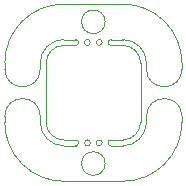
<source format=gbr>
%TF.GenerationSoftware,KiCad,Pcbnew,8.0.5*%
%TF.CreationDate,2024-12-23T12:59:27+11:00*%
%TF.ProjectId,Sensored,53656e73-6f72-4656-942e-6b696361645f,rev?*%
%TF.SameCoordinates,Original*%
%TF.FileFunction,Profile,NP*%
%FSLAX46Y46*%
G04 Gerber Fmt 4.6, Leading zero omitted, Abs format (unit mm)*
G04 Created by KiCad (PCBNEW 8.0.5) date 2024-12-23 12:59:27*
%MOMM*%
%LPD*%
G01*
G04 APERTURE LIST*
%TA.AperFunction,Profile*%
%ADD10C,0.050000*%
%TD*%
G04 APERTURE END LIST*
D10*
X139500000Y-107000000D02*
G75*
G02*
X136500000Y-107000000I-1500000J0D01*
G01*
X148000000Y-111500000D02*
G75*
G02*
X146500000Y-113000000I-1500000J0D01*
G01*
X151500000Y-111000000D02*
X151500000Y-111500000D01*
X148500000Y-111000000D02*
G75*
G02*
X151500000Y-111000000I1500000J0D01*
G01*
X145500000Y-105000000D02*
X146500000Y-105000000D01*
X148000000Y-106500000D02*
X148000000Y-111500000D01*
X139500000Y-111000000D02*
X139500000Y-111500000D01*
X141500000Y-105000000D02*
X142500000Y-105000000D01*
X143750000Y-113250000D02*
G75*
G02*
X143250000Y-113250000I-250000J0D01*
G01*
X143250000Y-113250000D02*
G75*
G02*
X143750000Y-113250000I250000J0D01*
G01*
X145500000Y-104500000D02*
X146500000Y-104500000D01*
X145000000Y-115000000D02*
G75*
G02*
X143000000Y-115000000I-1000000J0D01*
G01*
X143000000Y-115000000D02*
G75*
G02*
X145000000Y-115000000I1000000J0D01*
G01*
X143750000Y-104750000D02*
G75*
G02*
X143250000Y-104750000I-250000J0D01*
G01*
X143250000Y-104750000D02*
G75*
G02*
X143750000Y-104750000I250000J0D01*
G01*
X142500000Y-113000000D02*
G75*
G02*
X142500000Y-113500000I0J-250000D01*
G01*
X151500000Y-106500000D02*
X151500000Y-107000000D01*
X141500000Y-116500000D02*
G75*
G02*
X136500000Y-111500000I0J5000000D01*
G01*
X140000000Y-106500000D02*
G75*
G02*
X141500000Y-105000000I1500000J0D01*
G01*
X148500000Y-111000000D02*
X148500000Y-111500000D01*
X141500000Y-104500000D02*
X142500000Y-104500000D01*
X151500000Y-111500000D02*
G75*
G02*
X146500000Y-116500000I-5000000J0D01*
G01*
X136500000Y-111000000D02*
G75*
G02*
X139500000Y-111000000I1500000J0D01*
G01*
X136500000Y-106500000D02*
G75*
G02*
X141500000Y-101500000I5000000J0D01*
G01*
X139500000Y-106500000D02*
X139500000Y-107000000D01*
X145500000Y-113500000D02*
G75*
G02*
X145500000Y-113000000I0J250000D01*
G01*
X146500000Y-105000000D02*
G75*
G02*
X148000000Y-106500000I0J-1500000D01*
G01*
X145500000Y-113500000D02*
X146500000Y-113500000D01*
X136500000Y-106500000D02*
X136500000Y-107000000D01*
X141500000Y-113000000D02*
X142500000Y-113000000D01*
X145500000Y-105000000D02*
G75*
G02*
X145500000Y-104500000I0J250000D01*
G01*
X145000000Y-103000000D02*
G75*
G02*
X143000000Y-103000000I-1000000J0D01*
G01*
X143000000Y-103000000D02*
G75*
G02*
X145000000Y-103000000I1000000J0D01*
G01*
X148500000Y-111500000D02*
G75*
G02*
X146500000Y-113500000I-2000000J0D01*
G01*
X146500000Y-101500000D02*
G75*
G02*
X151500000Y-106500000I0J-5000000D01*
G01*
X144750000Y-104750000D02*
G75*
G02*
X144250000Y-104750000I-250000J0D01*
G01*
X144250000Y-104750000D02*
G75*
G02*
X144750000Y-104750000I250000J0D01*
G01*
X146500000Y-101500000D02*
X141500000Y-101500000D01*
X136500000Y-111000000D02*
X136500000Y-111500000D01*
X142500000Y-104500000D02*
G75*
G02*
X142500000Y-105000000I0J-250000D01*
G01*
X140000000Y-111500000D02*
X140000000Y-106500000D01*
X141500000Y-113500000D02*
X142500000Y-113500000D01*
X141500000Y-113500000D02*
G75*
G02*
X139500000Y-111500000I0J2000000D01*
G01*
X148500000Y-106500000D02*
X148500000Y-107000000D01*
X151500000Y-107000000D02*
G75*
G02*
X148500000Y-107000000I-1500000J0D01*
G01*
X144750000Y-113250000D02*
G75*
G02*
X144250000Y-113250000I-250000J0D01*
G01*
X144250000Y-113250000D02*
G75*
G02*
X144750000Y-113250000I250000J0D01*
G01*
X139500000Y-106500000D02*
G75*
G02*
X141500000Y-104500000I2000000J0D01*
G01*
X141500000Y-113000000D02*
G75*
G02*
X140000000Y-111500000I0J1500000D01*
G01*
X145500000Y-113000000D02*
X146500000Y-113000000D01*
X141500000Y-116500000D02*
X146500000Y-116500249D01*
X146500000Y-104500000D02*
G75*
G02*
X148500000Y-106500000I0J-2000000D01*
G01*
M02*

</source>
